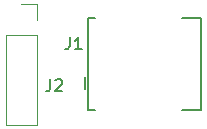
<source format=gbr>
%TF.GenerationSoftware,KiCad,Pcbnew,(5.1.12)-1*%
%TF.CreationDate,2022-10-21T23:20:19+02:00*%
%TF.ProjectId,smart-temp-only-sensor3,736d6172-742d-4746-956d-702d6f6e6c79,rev?*%
%TF.SameCoordinates,Original*%
%TF.FileFunction,Legend,Top*%
%TF.FilePolarity,Positive*%
%FSLAX46Y46*%
G04 Gerber Fmt 4.6, Leading zero omitted, Abs format (unit mm)*
G04 Created by KiCad (PCBNEW (5.1.12)-1) date 2022-10-21 23:20:19*
%MOMM*%
%LPD*%
G01*
G04 APERTURE LIST*
%ADD10C,0.150000*%
%ADD11C,0.120000*%
G04 APERTURE END LIST*
D10*
%TO.C,J1*%
X100055000Y-76257000D02*
X98425000Y-76257000D01*
X98425000Y-68457000D02*
X100055000Y-68457000D01*
X90494000Y-76257000D02*
X91094000Y-76257000D01*
X90494000Y-68457000D02*
X90494000Y-76257000D01*
X91094000Y-68457000D02*
X90494000Y-68457000D01*
X100055000Y-68457000D02*
X100055000Y-76257000D01*
X90194000Y-73440000D02*
X90194000Y-74440000D01*
D11*
%TO.C,J2*%
X84836000Y-67227000D02*
X86166000Y-67227000D01*
X86166000Y-67227000D02*
X86166000Y-68557000D01*
X86166000Y-69827000D02*
X86166000Y-77507000D01*
X83506000Y-77507000D02*
X86166000Y-77507000D01*
X83506000Y-69827000D02*
X83506000Y-77507000D01*
X83506000Y-69827000D02*
X86166000Y-69827000D01*
%TO.C,J1*%
D10*
X88947666Y-70064380D02*
X88947666Y-70778666D01*
X88900047Y-70921523D01*
X88804809Y-71016761D01*
X88661952Y-71064380D01*
X88566714Y-71064380D01*
X89947666Y-71064380D02*
X89376238Y-71064380D01*
X89661952Y-71064380D02*
X89661952Y-70064380D01*
X89566714Y-70207238D01*
X89471476Y-70302476D01*
X89376238Y-70350095D01*
%TO.C,J2*%
X87296666Y-73620380D02*
X87296666Y-74334666D01*
X87249047Y-74477523D01*
X87153809Y-74572761D01*
X87010952Y-74620380D01*
X86915714Y-74620380D01*
X87725238Y-73715619D02*
X87772857Y-73668000D01*
X87868095Y-73620380D01*
X88106190Y-73620380D01*
X88201428Y-73668000D01*
X88249047Y-73715619D01*
X88296666Y-73810857D01*
X88296666Y-73906095D01*
X88249047Y-74048952D01*
X87677619Y-74620380D01*
X88296666Y-74620380D01*
%TD*%
M02*

</source>
